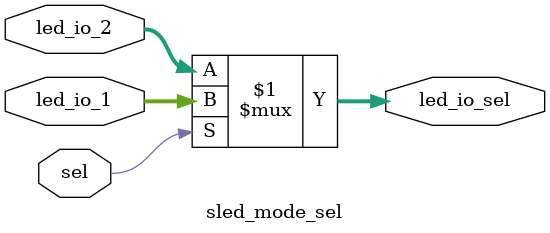
<source format=v>
module sled_mode_sel(
	input sel,
	input [7:0] led_io_1, led_io_2,
	output [7:0] led_io_sel
);

assign led_io_sel = sel ? led_io_1 : led_io_2;
endmodule

</source>
